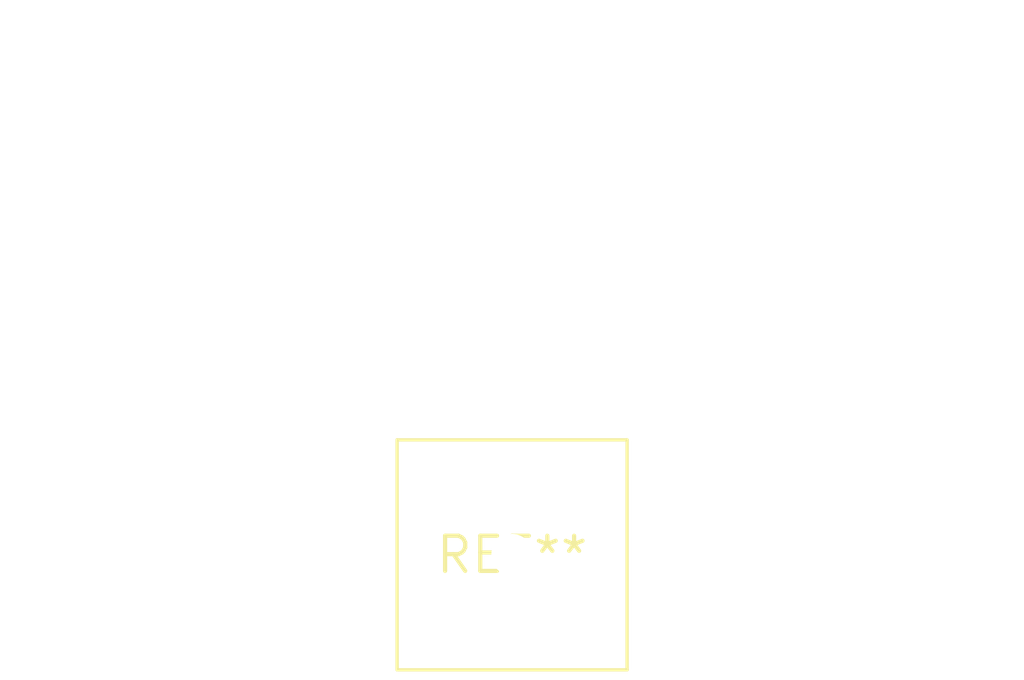
<source format=kicad_pcb>
(kicad_pcb (version 20240108) (generator pcbnew)
  (layers (0 "F.Cu" signal) (31 "B.Cu" signal) (34 "B.Paste" user) (35 "F.Paste" user) (36 "B.SilkS" user "B.Silkscreen") (37 "F.SilkS" user "F.Silkscreen") (38 "B.Mask" user) (39 "F.Mask" user) (44 "Edge.Cuts" user))
  (net 0 "")
  (footprint "SMA_Amphenol_132203-12_Horizontal" (layer "F.Cu") (at 0 0)
    (property "Reference" "REF**")
    (property "Value" "SMA_Amphenol_132203-12_Horizontal")
    (fp_line (start -4.15 -4.15) (end -4.15 4.15) (layer "F.SilkS") (stroke (width 0.12)))
    (fp_line (start -4.15 -4.15) (end 4.15 -4.15) (layer "F.SilkS") (stroke (width 0.12)))
    (fp_line (start -4.15 4.15) (end 4.15 4.15) (layer "F.SilkS") (stroke (width 0.12)))
    (fp_line (start 4.15 -4.15) (end 4.15 4.15) (layer "F.SilkS") (stroke (width 0.12)))
    (pad "1" thru_hole circle (at 0 0) (size 2.25 2.25) (drill 1.5) (layers *.Cu *.Mask) (remove_unused_layers))
    (pad "2" thru_hole circle (at -2.54 -2.54) (size 2.25 2.25) (drill 1.7) (layers *.Cu *.Mask) (remove_unused_layers))
    (pad "2" thru_hole circle (at -2.54 2.54) (size 2.25 2.25) (drill 1.7) (layers *.Cu *.Mask) (remove_unused_layers))
    (pad "2" thru_hole circle (at 2.54 -2.54) (size 2.25 2.25) (drill 1.7) (layers *.Cu *.Mask) (remove_unused_layers))
    (pad "2" thru_hole circle (at 2.54 2.54 90) (size 2.25 2.25) (drill 1.7) (layers *.Cu *.Mask) (remove_unused_layers))
  )
)
</source>
